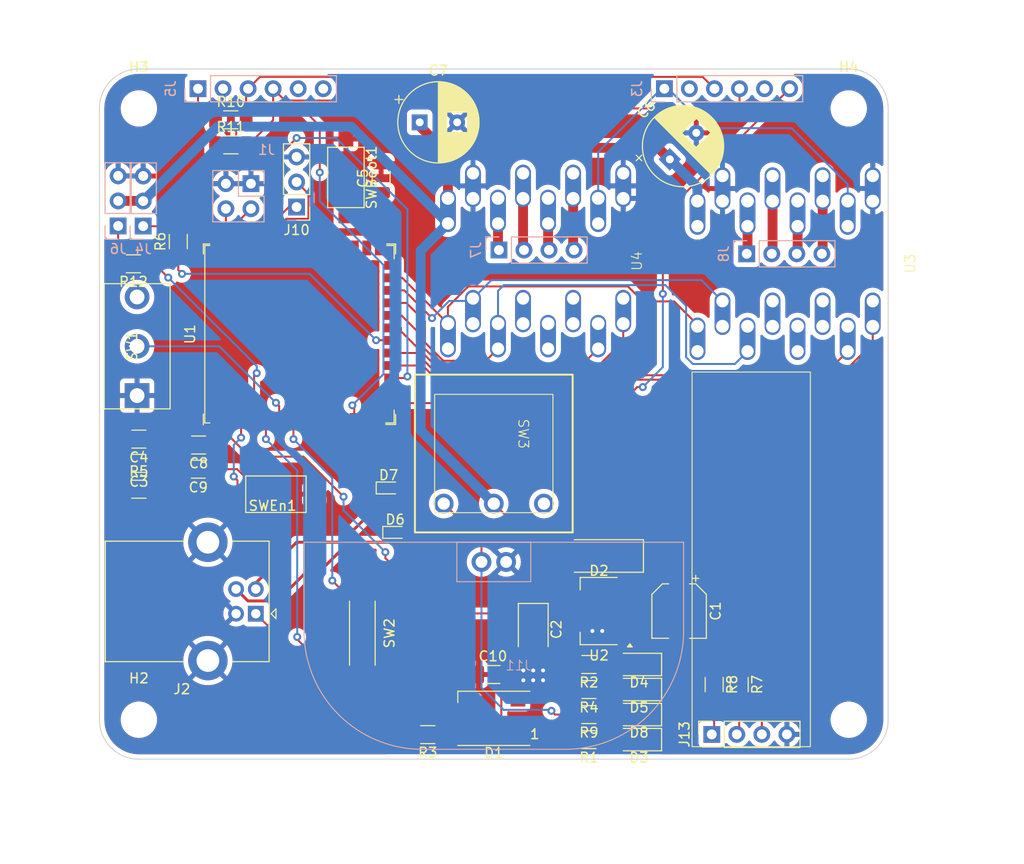
<source format=kicad_pcb>
(kicad_pcb (version 20240108) (generator "pcbnew") (generator_version "8.0")
  (layers (0 "F.Cu" signal) (31 "B.Cu" signal) (34 "B.Paste" user) (35 "F.Paste" user) (36 "B.SilkS" user "B.Silkscreen") (37 "F.SilkS" user "F.Silkscreen") (38 "B.Mask" user) (39 "F.Mask" user) (44 "Edge.Cuts" user))
  (net 0 "")
  (net 1 "GND")
  (net 2 "Net-(J7-Pin_1)")
  (net 3 "+5VP")
  (net 4 "+3.3V")
  (net 5 "Net-(J7-Pin_2)")
  (net 6 "Net-(J7-Pin_3)")
  (net 7 "Net-(J7-Pin_4)")
  (net 8 "Net-(J8-Pin_1)")
  (net 9 "Net-(J8-Pin_2)")
  (net 10 "Net-(J8-Pin_3)")
  (net 11 "Net-(J8-Pin_4)")
  (net 15 "DAC1")
  (net 16 "DAC2")
  (net 17 "Net-(J2-VBUS)")
  (net 25 "Net-(D1-DIN)")
  (net 26 "Net-(D3-A)")
  (net 27 "Net-(D4-A)")
  (net 28 "BotNum02")
  (net 29 "BotNum01")
  (net 30 "Tirette")
  (net 31 "Net-(D5-A)")
  (net 32 "Chip_PU")
  (net 33 "Boot_Mode")
  (net 34 "LED_Status")
  (net 35 "Net-(J4-Pin_1)")
  (net 38 "Color_Team")
  (net 39 "SCL")
  (net 40 "SDA")
  (net 41 "GPIOI_RIGHT")
  (net 42 "XSHUT_RIGHT")
  (net 43 "GPIOI_LEFT")
  (net 44 "XSHUT_LEFT")
  (net 45 "/TX")
  (net 46 "/RX")
  (net 53 "LeftDir")
  (net 54 "LeftStep")
  (net 55 "LeftMS2")
  (net 56 "LeftMS1")
  (net 57 "EnDriver")
  (net 58 "RightDir")
  (net 59 "RightStep")
  (net 60 "+BATT")
  (net 61 "Net-(D8-A)")
  (net 62 "/D+")
  (net 63 "/D-")
  (net 68 "Net-(J6-Pin_1)")
  (net 69 "Servo01")
  (net 70 "Servo02")
  (footprint "MountingHole:MountingHole_3.2mm_M3" (layer "F.Cu") (at 84 141)
    (property "Reference" "H2")
    (property "Value" "MountingHole")
  )
  (footprint "MountingHole:MountingHole_3.2mm_M3" (layer "F.Cu") (at 156 79)
    (property "Reference" "H4")
    (property "Value" "MountingHole")
  )
  (footprint "MountingHole:MountingHole_3.2mm_M3" (layer "F.Cu") (at 156 141)
    (property "Reference" "H1")
    (property "Value" "MountingHole")
  )
  (footprint "Resistor_SMD:R_1206_3216Metric_Pad1.30x1.75mm_HandSolder" (layer "F.Cu") (at 129.652 143.019999 180)
    (property "Reference" "R1")
    (property "Value" "1K")
  )
  (footprint "Capacitor_SMD:C_1206_3216Metric_Pad1.33x1.80mm_HandSolder" (layer "F.Cu") (at 90.028 115.588 180)
    (property "Reference" "C9")
    (property "Value" "10uF")
  )
  (footprint "Connector_PinHeader_2.54mm:PinHeader_1x03_P2.54mm_Vertical" (layer "F.Cu") (at 100 89 180)
    (property "Reference" "J10")
    (property "Value" "Serial")
  )
  (footprint "Capacitor_SMD:CP_Elec_5x5.4" (layer "F.Cu") (at 138.796 129.98 -90)
    (property "Reference" "C1")
    (property "Value" "10uF")
  )
  (footprint "Resistor_SMD:R_1206_3216Metric_Pad1.30x1.75mm_HandSolder" (layer "F.Cu") (at 129.652 140.48 180)
    (property "Reference" "R9")
    (property "Value" "1K")
  )
  (footprint "Diode_SMD:D_SOD-523" (layer "F.Cu") (at 109.332 117.493)
    (property "Reference" "D7")
    (property "Value" "D_TVS_Bidirectional_Generic")
  )
  (footprint "Capacitor_THT:CP_Radial_D8.0mm_P3.80mm" (layer "F.Cu") (at 112.482349 80.409)
    (property "Reference" "C7")
    (property "Value" "100uF")
  )
  (footprint "Button_Switch_SMD:SW_SPST_CK_RS282G05A3" (layer "F.Cu") (at 105 86 -90)
    (property "Reference" "SWBoot1")
    (property "Value" "SW_Boot")
  )
  (footprint "LED_SMD:LED_1206_3216Metric" (layer "F.Cu") (at 134.732 135.4 180)
    (property "Reference" "D4")
    (property "Value" "Red")
  )
  (footprint "Resistor_SMD:R_1206_3216Metric_Pad1.30x1.75mm_HandSolder" (layer "F.Cu") (at 129.652 135.399999 180)
    (property "Reference" "R2")
    (property "Value" "1K")
  )
  (footprint "Button_Switch_SMD:SW_SPST_REED_CT05-XXXX-G1" (layer "F.Cu") (at 106.665 132.225 90)
    (property "Reference" "SW2")
    (property "Value" "SW_Reed")
  )
  (footprint "Diode_SMD:D_SOD-523" (layer "F.Cu") (at 110 122)
    (property "Reference" "D6")
    (property "Value" "D_TVS_Bidirectional_Generic")
  )
  (footprint "Connector_PinSocket_2.54mm:PinSocket_1x04_P2.54mm_Vertical" (layer "F.Cu") (at 142.108 142.487 90)
    (property "Reference" "J13")
    (property "Value" "OLED")
  )
  (footprint "Button_Switch_SMD:SW_SPST_CK_RS282G05A3" (layer "F.Cu") (at 97.902 118.128 180)
    (property "Reference" "SWEn1")
    (property "Value" "SW_EN")
  )
  (footprint "Resistor_SMD:R_1206_3216Metric_Pad1.30x1.75mm_HandSolder" (layer "F.Cu") (at 93.33 82.695)
    (property "Reference" "R11")
    (property "Value" "10K")
  )
  (footprint "PCM_Espressif:ESP32-S3-WROOM-1U" (layer "F.Cu") (at 100.14 101.9 90)
    (property "Reference" "U1")
    (property "Value" "ESP32-S3-WROOM-1")
  )
  (footprint "Capacitor_Tantalum_SMD:CP_EIA-3528-12_Kemet-T_Pad1.50x2.35mm_HandSolder" (layer "F.Cu") (at 124 131.844 -90)
    (property "Reference" "C2")
    (property "Value" "22uF")
  )
  (footprint "PAMI-2025:UB16SKW03N-C" (layer "F.Cu") (at 120 114 -90)
    (property "Reference" "SW3")
    (property "Value" "SW_SPDT")
  )
  (footprint "Capacitor_SMD:C_1206_3216Metric" (layer "F.Cu") (at 84 112.54 180)
    (property "Reference" "C4")
    (property "Value" "0.1uF")
  )
  (footprint "Capacitor_THT:CP_Radial_D8.0mm_P3.80mm" (layer "F.Cu") (at 137.849537 84.165503 45)
    (property "Reference" "C6")
    (property "Value" "100uF")
  )
  (footprint "PAMI-2025:Step-Stick Driver Bottom Entry Version" (layer "F.Cu") (at 124.238001 94.473 90)
    (property "Reference" "U4")
    (property "Value" "TMC2208_SILENTSTEPSTICK")
  )
  (footprint "LED_SMD:LED_1206_3216Metric" (layer "F.Cu") (at 134.732 140.48 180)
    (property "Reference" "D8")
    (property "Value" "Red")
  )
  (footprint "Diode_SMD:D_SMA_Handsoldering" (layer "F.Cu") (at 130.668 124.392 180)
    (property "Reference" "D2")
    (property "Value" "D_Small")
  )
  (footprint "LED_SMD:LED_1206_3216Metric" (layer "F.Cu") (at 134.732 137.939998 180)
    (property "Reference" "D5")
    (property "Value" "Green")
  )
  (footprint "Resistor_SMD:R_1206_3216Metric_Pad1.30x1.75mm_HandSolder" (layer "F.Cu") (at 93.33 80.155)
    (property "Reference" "R10")
    (property "Value" "10K")
  )
  (footprint "Resistor_SMD:R_1206_3216Metric_Pad1.30x1.75mm_HandSolder" (layer "F.Cu") (at 129.652 137.94 180)
    (property "Reference" "R4")
    (property "Value" "1K")
  )
  (footprint "Capacitor_SMD:C_1206_3216Metric" (layer "F.Cu") (at 108.57 86.075001 90)
    (property "Reference" "C5")
    (property "Value" "0.1uF")
  )
  (footprint "Resistor_SMD:R_1206_3216Metric_Pad1.30x1.75mm_HandSolder" (layer "F.Cu") (at 83.450001 94.76 180)
    (property "Reference" "R12")
    (property "Value" "330R")
  )
  (footprint "Resistor_SMD:R_1206_3216Metric_Pad1.30x1.75mm_HandSolder" (layer "F.Cu") (at 144.892 137.432 -90)
    (property "Reference" "R7")
    (property "Value" "10K")
  )
  (footprint "Package_TO_SOT_SMD:SOT-223-3_TabPin2" (layer "F.Cu") (at 130.668 129.98 180)
    (property "Reference" "U2")
    (property "Value" "AMS1117-3.3")
  )
  (footprint "Capacitor_SMD:C_1206_3216Metric_Pad1.33x1.80mm_HandSolder" (layer "F.Cu") (at 90.062664 113.137158 180)
    (property "Reference" "C8")
    (property "Value" "0.1uF")
  )
  (footprint "Resistor_SMD:R_1206_3216Metric_Pad1.30x1.75mm_HandSolder" (layer "F.Cu") (at 88 92.500001 90)
    (property "Reference" "R6")
    (property "Value" "330R")
  )
  (footprint "LED_SMD:LED_WS2812B_PLCC4_5.0x5.0mm_P3.2mm" (layer "F.Cu") (at 120 140.862 180)
    (property "Reference" "D1")
    (property "Value" "WS2812B")
  )
  (footprint "Capacitor_SMD:C_1206_3216Metric" (layer "F.Cu") (at 119.91 136.416)
    (property "Reference" "C10")
    (property "Value" "0.1uF")
  )
  (footprint "Connector_USB:USB_B_Lumberg_2411_02_Horizontal" (layer "F.Cu") (at 95.86 130.25 180)
    (property "Reference" "J2")
    (property "Value" "USB_B")
  )
  (footprint "Resistor_SMD:R_1206_3216Metric_Pad1.30x1.75mm_HandSolder" (layer "F.Cu") (at 113.306 142.512 180)
    (property "Reference" "R3")
    (property "Value" "330R")
  )
  (footprint "Resistor_SMD:R_1206_3216Metric_Pad1.30x1.75mm_HandSolder" (layer "F.Cu") (at 84 117.62)
    (property "Reference" "R5")
    (property "Value" "10K")
  )
  (footprint "PAMI-2025:Step-Stick Driver Bottom Entry Version" (layer "F.Cu") (at 149.543999 94.744 90)
    (property "Reference" "U3")
    (property "Value" "TMC2208_SILENTSTEPSTICK")
  )
  (footprint "LED_SMD:LED_1206_3216Metric" (layer "F.Cu") (at 134.732 143.02 180)
    (property "Reference" "D3")
    (property "Value" "Blue")
  )
  (footprint "footprints:SK-12D10 1P2T" (layer "F.Cu") (at 83.82 103.124 90)
    (property "Reference" "SW1")
    (property "Value" "SW_SPDT")
  )
  (footprint "Resistor_SMD:R_1206_3216Metric_Pad1.30x1.75mm_HandSolder" (layer "F.Cu") (at 142.352 137.432 -90)
    (property "Reference" "R8")
    (property "Value" "10K")
  )
  (footprint "MountingHole:MountingHole_3.2mm_M3" (layer "F.Cu") (at 84 79)
    (property "Reference" "H3")
    (property "Value" "MountingHole")
  )
  (footprint "Capacitor_SMD:C_1206_3216Metric" (layer "F.Cu") (at 84 115 180)
    (property "Reference" "C3")
    (property "Value" "1uF/16V")
  )
  (footprint "Connector_PinSocket_2.54mm:PinSocket_1x06_P2.54mm_Vertical" (layer "B.Cu") (at 90 77 -90)
    (property "Reference" "J5")
    (property "Value" "Sensor_LEFT")
  )
  (footprint "Connector_PinHeader_2.54mm:PinHeader_1x03_P2.54mm_Vertical" (layer "B.Cu") (at 81.9 90.92)
    (property "Reference" "J6")
    (property "Value" "Servo")
  )
  (footprint "Connector_PinHeader_2.54mm:PinHeader_1x03_P2.54mm_Vertical" (layer "B.Cu") (at 84.44 90.935)
    (property "Reference" "J4")
    (property "Value" "Servo")
  )
  (footprint "Connector_PinHeader_2.54mm:PinHeader_2x02_P2.54mm_Vertical" (layer "B.Cu") (at 95.367 86.632 180)
    (property "Reference" "J1")
    (property "Value" "Selecteur-Robot")
  )
  (footprint "PAMI-2025:LP-e6 Batterie" (layer "B.Cu") (at 120 125 180)
    (property "Reference" "J11")
    (property "Value" "Con_Batt")
  )
  (footprint "Connector_PinHeader_2.54mm:PinHeader_1x04_P2.54mm_Vertical" (layer "B.Cu") (at 120.518 93.363 -90)
    (property "Reference" "J7")
    (property "Value" "LeftMotor")
  )
  (footprint "Connector_PinSocket_2.54mm:PinSocket_1x06_P2.54mm_Vertical" (layer "B.Cu") (at 137.3 77 -90)
    (property "Reference" "J3")
    (property "Value" "Sensor_RIGHT")
  )
  (footprint "Connector_PinHeader_2.54mm:PinHeader_1x04_P2.54mm_Vertical" (layer "B.Cu") (at 145.654 93.744 -90)
    (property "Reference" "J8")
    (property "Value" "RightMotor")
  )
  (gr_arc (start 84 145) (mid 81.171573 143.828427) (end 80 141) (stroke (width 0.1)) (layer "Edge.Cuts"))
  (gr_arc (start 156 75) (mid 158.828427 76.171573) (end 160 79) (stroke (width 0.1)) (layer "Edge.Cuts"))
  (gr_arc (start 80 79) (mid 81.171573 76.171573) (end 84 75) (stroke (width 0.1)) (layer "Edge.Cuts"))
  (gr_line (start 160 79) (end 160 141) (stroke (width 0.1)) (layer "Edge.Cuts"))
  (gr_line (start 84 75) (end 156 75) (stroke (width 0.1)) (layer "Edge.Cuts"))
  (gr_line (start 156 145) (end 84 145) (stroke (width 0.1)) (layer "Edge.Cuts"))
  (gr_line (start 80 141) (end 80 79) (stroke (width 0.1)) (layer "Edge.Cuts"))
  (gr_arc (start 160 141) (mid 158.828427 143.828427) (end 156 145) (stroke (width 0.1)) (layer "Edge.Cuts"))
  (via (at 125 136) (size 0.8) (drill 0.4) (layers "F.Cu" "B.Cu") (net 1))
  (via (at 131 132) (size 0.8) (drill 0.4) (layers "F.Cu" "B.Cu") (net 1))
  (via (at 123 137) (size 0.8) (drill 0.4) (layers "F.Cu" "B.Cu") (net 1))
  (via (at 123 136) (size 0.8) (drill 0.4) (layers "F.Cu" "B.Cu") (net 1))
  (via (at 124 136) (size 0.8) (drill 0.4) (layers "F.Cu" "B.Cu") (net 1))
  (via (at 130 132) (size 0.8) (drill 0.4) (layers "F.Cu" "B.Cu") (net 1))
  (via (at 124 137) (size 0.8) (drill 0.4) (layers "F.Cu" "B.Cu") (net 1))
  (via (at 125 137) (size 0.8) (drill 0.4) (layers "F.Cu" "B.Cu") (net 1))
  (segment (start 120.428001 93.273001) (end 120.518 93.363) (width 1) (layer "F.Cu") (net 2))
  (segment (start 120.428001 90.663) (end 120.428001 93.273001) (width 1) (layer "F.Cu") (net 2))
  (segment (start 112.482349 80.409) (end 112.482349 80.786347) (width 1) (layer "F.Cu") (net 3))
  (segment (start 133.168 127.03) (end 133.818 127.68) (width 0.2) (layer "F.Cu") (net 3))
  (segment (start 136.002 133.749) (end 136.764 132.987) (width 0.2) (layer "F.Cu") (net 3))
  (segment (start 136.764 132.987) (end 136.764 127.78) (width 0.2) (layer "F.Cu") (net 3))
  (segment (start 84.425 88.38) (end 84.44 88.395) (width 1) (layer "F.Cu") (net 3))
  (segment (start 122.604001 121.684) (end 132.954 121.684) (width 0.2) (layer "F.Cu") (net 3))
  (segment (start 137.849537 84.165503) (end 136.684034 83) (width 1) (layer "F.Cu") (net 3))
  (segment (start 116 83) (end 115.348001 83.651999) (width 1) (layer "F.Cu") (net 3))
  (segment (start 133.168 121.898) (end 133.168 124.392) (width 0.2) (layer "F.Cu") (net 3))
  (segment (start 136.684034 83) (end 116 83) (width 1) (layer "F.Cu") (net 3))
  (segment (start 120 119.079999) (end 122.604001 121.684) (width 0.2) (layer "F.Cu") (net 3))
  (segment (start 136.764 127.78) (end 133.918 127.78) (width 0.2) (layer "F.Cu") (net 3))
  (segment (start 138.796 127.78) (end 136.764 127.78) (width 0.2) (layer "F.Cu") (net 3))
  (segment (start 129.752998 133.749) (end 136.002 133.749) (width 0.2) (layer "F.Cu") (net 3))
  (segment (start 81.9 88.38) (end 84.425 88.38) (width 1) (layer "F.Cu") (net 3))
  (segment (start 128.101999 135.399999) (end 129.752998 133.749) (width 0.2) (layer "F.Cu") (net 3))
  (segment (start 112.482349 80.786347) (end 115.348001 83.651999) (width 1) (layer "F.Cu") (net 3))
  (segment (start 133.918 127.78) (end 133.818 127.68) (width 0.2) (layer "F.Cu") (net 3))
  (segment (start 115.348001 83.651999) (end 115.348001 88.123) (width 1) (layer "F.Cu") (net 3))
  (segment (start 133.168 124.392) (end 133.168 127.03) (width 0.2) (layer "F.Cu") (net 3))
  (segment (start 132.954 121.684) (end 133.168 121.898) (width 0.2) (layer "F.Cu") (net 3))
  (segment (start 140.653999 88.394) (end 140.653999 86.969965) (width 1) (layer "B.Cu") (net 3))
  (segment (start 84.44 88.395) (end 91.985 80.85) (width 1) (layer "B.Cu") (net 3))
  (segment (start 91.985 80.85) (end 105.535001 80.85) (width 1) (layer "B.Cu") (net 3))
  (segment (start 112.582169 111.662168) (end 112.582169 93.428832) (width 1) (layer "B.Cu") (net 3))
  (segment (start 112.582169 93.428832) (end 115.348001 90.663) (width 1) (layer "B.Cu") (net 3))
  (segment (start 120 119.079999) (end 112.582169 111.662168) (width 1) (layer "B.Cu") (net 3))
  (segment (start 140.653999 86.969965) (end 137.849537 84.165503) (width 1) (layer "B.Cu") (net 3))
  (segment (start 105.535001 80.85) (end 115.348001 90.663) (width 1) (layer "B.Cu") (net 3))
  (segment (start 147.187999 142.487) (end 147.187999 138.177998) (width 0.2) (layer "F.Cu") (net 4))
  (segment (start 124.064 130.218999) (end 121.385001 132.897998) (width 0.2) (layer "F.Cu") (net 4))
  (segment (start 127.112 137.94) (end 128.101999 137.94) (width 0.2) (layer "F.Cu") (net 4))
  (segment (start 129.326997 139.164998) (end 128.101999 137.94) (width 0.2) (layer "F.Cu") (net 4))
  (segment (start 90 78.349) (end 90 77) (width 0.2) (layer "F.Cu") (net 4))
  (segment (start 91.625164 113.137158) (end 92.171842 113.137158) (width 0.2) (layer "F.Cu") (net 4))
  (segment (start 93.15 112.233) (end 93.15 112.159) (width 0.2) (layer "F.Cu") (net 4))
  (segment (start 104.76 118.382) (end 100.696 114.318) (width 0.2) (layer "F.Cu") (net 4))
  (segment (start 91.78 80.155) (end 91.78 82.695) (width 0.2) (layer "F.Cu") (net 4))
  (segment (start 100.696 114.318) (end 95.235 114.318) (width 0.2) (layer "F.Cu") (net 4))
  (segment (start 95.489 116.985) (end 95.362 116.985) (width 0.2) (layer "F.Cu") (net 4))
  (segment (start 91.78 80.129) (end 90 78.349) (width 0.2) (layer "F.Cu") (net 4))
  (segment (start 95.235 114.318) (end 93.15 112.233) (width 0.2) (layer "F.Cu") (net 4))
  (segment (start 91.78 80.155) (end 91.78 80.129) (width 0.2) (layer "F.Cu") (net 4))
  (segment (start 82.45 117.62) (end 84.228 119.398) (width 0.2) (layer "F.Cu") (net 4))
  (segment (start 126.518001 130.98) (end 126.518001 137.346001) (width 0.2) (layer "F.Cu") (net 4))
  (segment (start 128.168 129.330001) (end 127.518001 129.98) (width 0.2) (layer "F.Cu") (net 4))
  (segment (start 95.235 119.398) (end 95.489 119.144) (width 0.2) (layer "F.Cu") (net 4))
  (segment (start 91.5905 115.588) (end 91.5905 113.171822) (width 0.2) (layer "F.Cu") (net 4))
  (segment (start 92.171842 113.137158) (end 93.15 112.159) (width 0.2) (layer "F.Cu") (net 4))
  (segment (start 95.362 116.985) (end 93.965 115.588) (width 0.2) (layer "F.Cu") (net 4))
  (segment (start 133.817999 129.98) (end 127.518001 129.98) (width 0.2) (layer "F.Cu") (net 4))
  (segment (start 95.489 119.144) (end 95.489 116.985) (width 0.2) (layer "F.Cu") (net 4))
  (segment (start 121.385001 136.416) (end 120.762 137.039001) (width 0.2) (layer "F.Cu") (net 4))
  (segment (start 124.064 130.218999) (end 114.610261 130.218999) (width 0.2) (layer "F.Cu") (net 4))
  (segment (start 91.5905 113.171822) (end 91.625164 113.137158) (width 0.2) (layer "F.Cu") (net 4))
  (segment (start 121.385001 132.897998) (end 121.385001 136.416) (width 0.2) (layer "F.Cu") (net 4))
  (segment (start 127.518001 129.98) (end 124.302999 129.98) (width 0.2) (layer "F.Cu") (net 4))
  (segment (start 147.187999 138.177998) (end 144.892 135.881999) (width 0.2) (layer "F.Cu") (net 4))
  (segment (start 128.168 124.392) (end 128.168 129.330001) (width 0.2) (layer "F.Cu") (net 4))
  (segment (start 114.610261 130.218999) (end 109 124.608738) (width 0.2) (layer "F.Cu") (net 4))
  (segment (start 127.518001 129.98) (end 126.518001 130.98) (width 0.2) (layer "F.Cu") (net 4))
  (segment (start 126.518001 137.346001) (end 127.112 137.94) (width 0.2) (layer "F.Cu") (net 4))
  (segment (start 109 124.608738) (end 109 124) (width 0.2) (layer "F.Cu") (net 4))
  (segment (start 120.762 140.824) (end 122.45 142.512) (width 0.2) (layer "F.Cu") (net 4))
  (segment (start 142.352 135.881999) (end 139.069001 139.164998) (width 0.2) (layer "F.Cu") (net 4))
  (segment (start 93.15 112.159) (end 93.15 110.65) (width 0.2) (layer "F.Cu") (net 4))
  (segment (start 120.762 137.039001) (end 120.762 140.824) (width 0.2) (layer "F.Cu") (net 4))
  (segment (start 84.228 119.398) (end 95.235 119.398) (width 0.2) (layer "F.Cu") (net 4))
  (segment (start 93.965 115.588) (end 91.5905 115.588) (width 0.2) (layer "F.Cu") (net 4))
  (segment (start 124.302999 129.98) (end 124.064 130.218999) (width 0.2) (layer "F.Cu") (net 4))
  (segment (start 144.892 135.881999) (end 142.352 135.881999) (width 0.2) (layer "F.Cu") (net 4))
  (segment (start 139.069001 139.164998) (end 129.326997 139.164998) (width 0.2) (layer "F.Cu") (net 4))
  (via (at 104.76 118.382) (size 0.8) (drill 0.4) (layers "F.Cu" "B.Cu") (net 4))
  (via (at 109 124) (size 0.8) (drill 0.4) (layers "F.Cu" "B.Cu") (net 4))
  (segment (start 104.76 119.76) (end 104.76 118.382) (width 0.2) (layer "B.Cu") (net 4))
  (segment (start 137.3 77) (end 137 77) (width 0.2) (layer "B.Cu") (net 4))
  (segment (start 137.684392 77) (end 141.684392 81) (width 0.2) (layer "B.Cu") (net 4))
  (segment (start 137.3 77) (end 137.684392 77) (width 0.2) (layer "B.Cu") (net 4))
  (segment (start 130.588001 83.411999) (end 130.588001 90.663) (width 0.2) (layer "B.Cu") (net 4))
  (segment (start 141.684392 81) (end 150.206345 81) (width 0.2) (layer "B.Cu") (net 4))
  (segment (start 137 77) (end 130.588001 83.411999) (width 0.2) (layer "B.Cu") (net 4))
  (segment (start 155.893999 86.687654) (end 155.893999 88.394) (width 0.2) (layer "B.Cu") (net 4))
  (segment (start 150.206345 81) (end 155.893999 86.687654) (width 0.2) (layer "B.Cu") (net 4))
  (segment (start 109 124) (end 104.76 119.76) (width 0.2) (layer "B.Cu") (net 4))
  (segment (start 122.968 93.273) (end 123.058 93.363) (width 1) (layer "F.Cu") (net 5))
  (segment (start 122.968 88.123) (end 122.968 93.273) (width 1) (layer "F.Cu") (net 5))
  (segment (start 125.508001 93.273002) (end 125.597999 93.363) (width 1) (layer "F.Cu") (net 6))
  (segment (start 125.508001 90.663) (end 125.508001 93.273002) (width 1) (layer "F.Cu") (net 6))
  (segment (start 128.048001 88.123) (end 128.048001 93.273001) (width 1) (layer "F.Cu") (net 7))
  (segment (start 128.048001 93.273001) (end 128.138 93.363) (width 1) (layer "F.Cu") (net 7))
  (segment (start 145.733999 93.664001) (end 145.654 93.744) (width 1) (layer "F.Cu") (net 8))
  (segment (start 145.733999 90.934) (end 145.733999 93.664001) (width 1) (layer "F.Cu") (net 8))
  (segment (start 148.273998 88.394) (end 148.273998 93.664002) (width 1) (layer "F.Cu") (net 9))
  (segment (start 148.273998 93.664002) (end 148.194 93.744) (width 1) (layer "F.Cu") (net 9))
  (segment (start 150.813999 93.664) (end 150.733999 93.744) (width 1) (layer "F.Cu") (net 10))
  (segment (start 150.813999 90.934) (end 150.813999 93.664) (width 1) (layer "F.Cu") (net 10))
  (segment (start 153.353999 88.394) (end 153.353999 93.664001) (width 1) (layer "F.Cu") (net 11))
  (segment (start 153.353999 93.664001) (end 153.274 93.744) (width 1) (layer "F.Cu") (net 11))
  (segment (start 127.384998 143.737) (end 109.347 143.737) (width 0.2) (layer "F.Cu") (net 17))
  (segment (start 109.347 143.737) (end 95.86 130.25) (width 0.2) (layer "F.Cu") (net 17))
  (segment (start 128.101999 143.019999) (end 127.384998 143.737) (width 0.2) (layer "F.Cu") (net 17))
  (segment (start 117.55 142.512) (end 114.856001 142.512) (width 0.2) (layer "F.Cu") (net 25))
  (segment (start 133.332001 143.02) (end 131.202002 143.02) (width 0.2) (layer "F.Cu") (net 26))
  (segment (start 131.202002 143.02) (end 131.202001 143.019999) (width 0.2) (layer "F.Cu") (net 26))
  (segment (start 133.332 135.399999) (end 133.332001 135.4) (width 0.2) (layer "F.Cu") (net 27))
  (segment (start 131.202001 135.399999) (end 133.332 135.399999) (width 0.2) (layer "F.Cu") (net 27))
  (segment (start 92.827 92.827) (end 93.15 93.15) (width 0.2) (layer "F.Cu") (net 28))
  (segment (start 92.827 89.172) (end 92.827 92.827) (width 0.2) (layer "F.Cu") (net 28))
  (segment (start 95.367 89.172) (end 94.42 90.119) (width 0.2) (layer "F.Cu") (net 29))
  (segment (start 94.42 90.119) (end 94.42 93.15) (width 0.2) (layer "F.Cu") (net 29))
  (segment (start 99.68 112.54) (end 99.68 110.83) (width 0.2) (layer "F.Cu") (net 30))
  (segment (start 106.665 127.945) (end 104.671 127.945) (width 0.2) (layer "F.Cu") (net 30))
  (segment (start 99.68 110.83) (end 99.5 110.65) (width 0.2) (layer "F.Cu") (net 30))
  (segment (start 104.671 127.945) (end 103.617 126.891) (width 0.2) (layer "F.Cu") (net 30))
  (via (at 103.617 126.891) (size 0.8) (drill 0.4) (layers "F.Cu" "B.Cu") (net 30))
  (via (at 99.68 112.54) (size 0.8) (drill 0.4) (layers "F.Cu" "B.Cu") (net 30))
  (segment (start 103.617 126.891) (end 103.617 116.477) (width 0.2) (layer "B.Cu") (net 30))
  (segment (start 103.617 116.477) (end 99.68 112.54) (width 0.2) (layer "B.Cu") (net 30))
  (segment (start 131.202003 137.939998) (end 131.202001 137.94) (width 0.2) (layer "F.Cu") (net 31))
  (segment (start 133.332001 137.939998) (end 131.202003 137.939998) (width 0.2) (layer "F.Cu") (net 31))
  (segment (start 85.475001 115) (end 85.475001 117.545001) (width 0.2) (layer "F.Cu") (net 32))
  (segment (start 85.475001 112.54) (end 85.475001 115) (width 0.2) (layer "F.Cu") (net 32))
  (segment (start 94.002001 118.128) (end 94.002001 116.714832) (width 0.2) (layer "F.Cu") (net 32))
  (segment (start 88.200001 117.62) (end 85.55 117.62) (width 0.2) (layer "F.Cu") (net 32))
  (segment (start 94.002001 116.714832) (end 93.625169 116.338) (width 0.2) (layer "F.Cu") (net 32))
  (segment (start 94.002001 118.128) (end 88.708001 118.128) (width 0.2) (layer "F.Cu") (net 32))
  (segment (start 88.708001 118.128) (end 88.200001 117.62) (width 0.2) (layer "F.Cu") (net 32))
  (segment (start 94.368331 112.390669) (end 94.368331 110.701669) (width 0.2) (layer "F.Cu") (net 32))
  (segment (start 85.475001 117.545001) (end 85.55 117.62) (width 0.2) (layer "F.Cu") (net 32))
  (segment (start 94.368331 110.701669) (end 94.42 110.65) (width 0.2) (layer "F.Cu") (net 32))
  (via (at 94.368331 112.390669) (size 0.8) (drill 0.4) (layers "F.Cu" "B.Cu") (net 32))
  (via (at 93.625169 116.338) (size 0.8) (drill 0.4) (layers "F.Cu" "B.Cu") (net 32))
  (segment (start 93.625169 116.338) (end 93.625169 113.133831) (width 0.2) (layer "B.Cu") (net 32))
  (segment (start 93.625169 113.133831) (end 94.368331 112.390669) (width 0.2) (layer "B.Cu") (net 32))
  (segment (start 106.089999 89.899999) (end 105 89.899999) (width 0.2) (layer "F.Cu") (net 33))
  (segment (start 108.57 87.550002) (end 106.220003 89.899999) (width 0.2) (layer "F.Cu") (net 33))
  (segment (start 108.39 93.15) (end 108.39 92.2) (width 0.2) (layer "F.Cu") (net 33))
  (segment (start 106.220003 89.899999) (end 106.089999 89.899999) (width 0.2) (layer "F.Cu") (net 33))
  (segment (start 108.39 92.2) (end 106.089999 89.899999) (width 0.2) (layer "F.Cu") (net 33))
  (segment (start 100.061 132.851) (end 100.061 132.606) (width 0.2) (layer "F.Cu") (net 34))
  (segment (start 96.886 112.54) (end 96.886 110.724) (width 0.2) (layer "F.Cu") (net 34))
  (segment (start 109.722 142.512) (end 100.061 132.851) (width 0.2) (layer "F.Cu") (net 34))
  (segment (start 96.886 110.724) (end 96.96 110.65) (width 0.2) (layer "F.Cu") (net 34))
  (segment (start 111.755999 142.512) (end 109.722 142.512) (width 0.2) (layer "F.Cu") (net 34))
  (via (at 96.886 112.54) (size 0.8) (drill 0.4) (layers "F.Cu" "B.Cu") (net 34))
  (via (at 100.061 132.606) (size 0.8) (drill 0.4) (layers "F.Cu" "B.Cu") (net 34))
  (segment (start 100.061 115.715) (end 96.886 112.54) (width 0.2) (layer "B.Cu") (net 34))
  (segment (start 100.061 132.606) (end 100.061 115.715) (width 0.2) (layer "B.Cu") (net 34))
  (segment (start 88 90.95) (end 84.455 90.95) (width 0.2) (layer "F.Cu") (net 35))
  (segment (start 84.455 90.95) (end 84.44 90.935) (width 0.2) (layer "F.Cu") (net 35))
  (segment (start 98.23 110.65) (end 98.23 109.185) (width 0.2) (layer "F.Cu") (net 38))
  (segment (start 98.23 109.185) (end 97.902 108.857) (width 0.2) (layer "F.Cu") (net 38))
  (via (at 97.902 108.857) (size 0.8) (drill 0.4) (layers "F.Cu" "B.Cu") (net 38))
  (segment (start 97.902 108.857) (end 92.169 103.124) (width 0.2) (layer "B.Cu") (net 38))
  (segment (start 92.169 103.124) (end 83.82 103.124) (width 0.2) (layer "B.Cu") (net 38))
  (segment (start 109.64 106.345) (end 111.082 106.345) (width 0.2) (layer "F.Cu") (net 39))
  (segment (start 93.92 83.92) (end 93.88 83.88) (width 0.2) (layer "F.Cu") (net 39))
  (segment (start 100 82) (end 98.08 83.92) (width 0.2) (layer "F.Cu") (net 39))
  (segment (start 98.08 83.92) (end 93.92 83.92) (width 0.2) (layer "F.Cu") (net 39))
  (segment (start 96.279999 75.8) (end 95.079999 77) (width 0.2) (layer "F.Cu") (net 39))
  (segment (start 93.88 81.155) (end 94.88 80.155) (width 0.2) (layer "F.Cu") (net 39))
  (segment (start 111.082 106.345) (end 111.237 106.19) (width 0.2) (layer "F.Cu") (net 39))
  (segment (start 94.88 80.155) (end 94.88 77.199999) (width 0.2) (layer "F.Cu") (net 39))
  (segment (start 144.892 138.982001) (end 144.892 142.243) (width 0.2) (layer "F.Cu") (net 39))
  (segment (start 93.88 83.88) (end 93.88 81.155) (width 0.2) (layer "F.Cu") (net 39))
  (segment (start 142.379999 77) (end 141.179999 75.8) (width 0.2) (layer "F.Cu") (net 39))
  (segment (start 144.892 142.243) (end 144.648 142.487) (width 0.2) (layer "F.Cu") (net 39))
  (segment (start 141.179999 75.8) (end 96.279999 75.8) (width 0.2) (layer "F.Cu") (net 39))
  (segment (start 94.88 77.199999) (end 95.079999 77) (width 0.2) (layer "F.Cu") (net 39))
  (via (at 111.237 106.19) (size 0.8) (drill 0.4) (layers "F.Cu" "B.Cu") (net 39))
  (via (at 100 82) (size 0.8) (drill 0.4) (layers "F.Cu" "B.Cu") (net 39))
  (segment (start 111.237 93.237) (end 111.237 93.157001) (width 0.2) (layer "B.Cu") (net 39))
  (segment (start 104 82) (end 100 82) (width 0.2) (layer "B.Cu") (net 39))
  (segment (start 111.237 106.19) (end 111.237 93.237) (width 0.2) (layer "B.Cu") (net 39))
  (segment (start 111.237 89.237) (end 104 82) (width 0.2) (layer "B.Cu") (net 39))
  (segment (start 111.237 93.237) (end 111.237 89.237) (width 0.2) (layer "B.Cu") (net 39))
  (segment (start 142.352 142.243) (end 142.108 142.487) (width 0.2) (layer "F.Cu") (net 40))
  (segment (start 97.62 80.183) (end 97.62 77) (width 0.2) (layer "F.Cu") (net 40))
  (segment (start 105.85 109.312) (end 105.649 109.111) (width 0.2) (layer "F.Cu") (net 40))
  (segment (start 144.92 79) (end 144.92 77) (width 0.2) (layer "F.Cu") (net 40))
  (segment (start 102.347 80.79) (end 99.757 78.2) (width 0.2) (layer "F.Cu") (net 40))
  (segment (start 127 79) (end 144.92 79) (width 0.2) (layer "F.Cu") (net 40))
  (segment (start 126.2 78.2) (end 127 79) (width 0.2) (layer "F.Cu") (net 40))
  (segment (start 95.108 82.695) (end 97.62 80.183) (width 0.2) (layer "F.Cu") (net 40))
  (segment (start 94.88 82.695) (end 95.108 82.695) (width 0.2) (layer "F.Cu") (net 40))
  (segment (start 102.347 85.489) (end 102.347 80.79) (width 0.2) (layer "F.Cu") (net 40))
  (segment (start 98.82 78.2) (end 126.2 78.2) (width 0.2) (layer "F.Cu") (net 40))
  (segment (start 105.85 110.65) (end 105.85 109.312) (width 0.2) (layer "F.Cu") (net 40))
  (segment (start 142.352 138.982001) (end 142.352 142.243) (width 0.2) (layer "F.Cu") (net 40))
  (segment (start 98.82 78.2) (end 97.62 77) (width 0.2) (layer "F.Cu") (net 40))
  (segment (start 99.757 78.2) (end 98.82 78.2) (width 0.2) (layer "F.Cu") (net 40))
  (via (at 105.649 109.111) (size 0.8) (drill 0.4) (layers "F.Cu" "B.Cu") (net 40))
  (via (at 102.347 85.489) (size 0.8) (drill 0.4) (layers "F.Cu" "B.Cu") (net 40))
  (segment (start 102.347 88.41) (end 102.347 85.489) (width 0.2) (layer "B.Cu") (net 40))
  (segment (start 105.649 109.111) (end 108.812 105.948) (width 0.2) (layer "B.Cu") (net 40))
  (segment (start 108.812 94.875) (end 102.9185 88.9815) (width 0.2) (layer "B.Cu") (net 40))
  (segment (start 108.812 105.948) (end 108.812 94.875) (width 0.2) (layer "B.Cu") (net 40))
  (segment (start 102.9185 88.9815) (end 102.347 88.41) (width 0.2) (layer "B.Cu") (net 40))
  (segment (start 134.478 107.333) (end 134.548 107.263) (width 0.2) (layer "F.Cu") (net 42))
  (segment (start 109.64 108.884999) (end 132.926001 108.884999) (width 0.2) (layer "F.Cu") (net 42))
  (segment (start 137.145 97.808) (end 137.145 89.855) (width 0.2) (layer "F.Cu") (net 42))
  (segment (start 134.548 107.263) (end 135.113 107.263) (width 0.2) (layer "F.Cu") (net 42))
  (segment (start 132.926001 108.884999) (end 134.478 107.333) (width 0.2) (layer "F.Cu") (net 42))
  (segment (start 137.145 89.855) (end 150 77) (width 0.2) (layer "F.Cu") (net 42))
  (via (at 135.113 107.263) (size 0.8) (drill 0.4) (layers "F.Cu" "B.Cu") (net 42))
  (via (at 137.145 97.808) (size 0.8) (drill 0.4) (layers "F.Cu" "B.Cu") (net 42))
  (segment (start 135.113 107.263) (end 137.145 105.231) (width 0.2) (layer "B.Cu") (net 42))
  (segment (start 137.145 105.231) (end 137.145 97.808) (width 0.2) (layer "B.Cu") (net 42))
  (segment (start 100 89) (end 99.21 89) (width 0.2) (layer "F.Cu") (net 45))
  (segment (start 95.69 92.52) (end 95.69 93.15) (width 0.2) (layer "F.Cu") (net 45))
  (segment (start 99.21 89) (end 95.69 92.52) (width 0.2) (layer "F.Cu") (net 45))
  (segment (start 96.96 93.15) (end 96.96 92.2) (width 0.2) (layer "F.Cu") (net 46))
  (segment (start 98.96 90.2) (end 101.2 90.2) (width 0.2) (layer "F.Cu") (net 46))
  (segment (start 101.2 90.2) (end 101.2 87.66) (width 0.2) (layer "F.Cu") (net 46))
  (segment (start 101.2 87.66) (end 100 86.46) (width 0.2) (layer "F.Cu") (net 46))
  (segment (start 96.96 92.2) (end 98.96 90.2) (width 0.2) (layer "F.Cu") (net 46))
  (segment (start 110.59 101.607396) (end 114.479604 105.497) (width 0.2) (layer "F.Cu") (net 53))
  (segment (start 110.59 101.265) (end 110.59 101.607396) (width 0.2) (layer "F.Cu") (net 53))
  (segment (start 130.218 105.497) (end 133.128001 102.586999) (width 0.2) (layer "F.Cu") (net 53))
  (segment (start 109.64 101.265) (end 110.59 101.265) (width 0.2) (layer "F.Cu") (net 53))
  (segment (start 114.479604 105.497) (end 130.218 105.497) (width 0.2) (layer "F.Cu") (net 53))
  (segment (start 133.128001 102.586999) (end 133.128001 100.823) (width 0.2) (layer "F.Cu") (net 53))
  (segment (start 128.904001 105.047) (end 130.588001 103.363) (width 0.2) (layer "F.Cu") (net 54))
  (segment (start 112.565 101.93) (end 112.565 102.946) (width 0.2) (layer "F.Cu") (net 54))
  (segment (start 112.565 102.946) (end 114.666 105.047) (width 0.2) (layer "F.Cu") (net 54))
  (segment (start 110.63 99.995) (end 112.565 101.93) (width 0.2) (layer "F.Cu") (net 54))
  (segment (start 114.666 105.047) (end 128.904001 105.047) (width 0.2) (layer "F.Cu") (net 54))
  (segment (start 109.64 99.995) (end 110.63 99.995) (width 0.2) (layer "F.Cu") (net 54))
  (segment (start 113.015 102.736345) (end 114.871655 104.593) (width 0.2) (layer "F.Cu") (net 55))
  (segment (start 111.676339 99.272658) (end 111.685658 99.272658) (width 0.2) (layer "F.Cu") (net 55))
  (segment (start 111.685658 99.272658) (end 113.015 100.602) (width 0.2) (layer "F.Cu") (net 55))
  (segment (start 119.198001 104.593) (end 120.428001 103.363) (width 0.2) (layer "F.Cu") (net 55))
  (segment (start 109.639999 98.725) (end 111.138 98.725) (width 0.2) (layer "F.Cu") (net 55))
  (segment (start 111.237 98.824) (end 111.237 98.833319) (width 0.2) (layer "F.Cu") (net 55))
  (segment (start 113.015 100.602) (end 113.015 102.736345) (width 0.2) (layer "F.Cu") (net 55))
  (segment (start 111.138 98.725) (end 111.237 98.824) (width 0.2) (layer "F.Cu") (net 55))
  (segment (start 114.871655 104.593) (end 119.198001 104.593) (width 0.2) (layer "F.Cu") (net 55))
  (segment (start 111.237 98.833319) (end 111.676339 99.272658) (width 0.2) (layer "F.Cu") (net 55))
  (segment (start 140.193 104.92) (end 144.447999 104.92) (width 0.2) (layer "B.Cu") (net 55))
  (segment (start 121.016 96.919) (end 137.399 96.919) (width 0.2) (layer "B.Cu") (net 55))
  (segment (start 139.503999 99.023999) (end 139.503999 104.230999) (width 0.2) (layer "B.Cu") (net 55))
  (segment (start 144.447999 104.92) (end 145.733999 103.634) (width 0.2) (layer "B.Cu") (net 55))
  (segment (start 120.428001 100.823) (end 120.428001 97.506999) (width 0.2) (layer "B.Cu") (net 55))
  (segment (start 120.428001 97.506999) (end 121.016 96.919) (width 0.2) (layer "B.Cu") (net 55))
  (segment (start 137.399 96.919) (end 139.503999 99.023999) (width 0.2) (layer "B.Cu") (net 55))
  (segment (start 139.503999 104.230999) (end 140.193 104.92) (width 0.2) (layer "B.Cu") (net 55))
  (segment (start 113.732169 100.26783) (end 110.919339 97.455) (width 0.2) (layer "F.Cu") (net 56))
  (segment (start 110.919339 97.455) (end 109.64 97.455) (width 0.2) (layer "F.Cu") (net 56))
  (via (at 113.732169 100.26783) (size 0.8) (drill 0.4) (layers "F.Cu" "B.Cu") (net 56))
  (segment (start 117.648343 98.522658) (end 117.888001 98.283) (width 0.2) (layer "B.Cu") (net 56))
  (segment (start 117.888001 98.283) (end 119.760001 96.411) (width 0.2) (layer "B.Cu") (net 56))
  (segment (start 113.732169 100.26783) (end 115.477341 98.522658) (width 0.2) (layer "B.Cu") (net 56))
  (segment (start 141.050999 96.411) (end 143.193999 98.554) (width 0.2) (layer "B.Cu") (net 56))
  (segment (start 115.477341 98.522658) (end 117.648343 98.522658) (width 0.2) (layer "B.Cu") (net 56))
  (segment (start 119.760001 96.411) (end 141.050999 96.411) (width 0.2) (layer "B.Cu") (net 56))
  (segment (start 115.348001 99.116654) (end 117.411655 97.053) (width 0.2) (layer "F.Cu") (net 57))
  (segment (start 138.288 98.57) (end 140.653999 100.935999) (width 0.2) (layer "F.Cu") (net 57))
  (segment (start 117.411655 97.053) (end 133.604347 97.053) (width 0.2) (layer "F.Cu") (net 57))
  (segment (start 109.64 96.185) (end 110.710001 96.185) (width 0.2) (layer "F.Cu") (net 57))
  (segment (start 140.653999 100.935999) (end 140.653999 101.094) (width 0.2) (layer "F.Cu") (net 57))
  (segment (start 133.604347 97.053) (end 135.121347 98.57) (width 0.2) (layer "F.Cu") (net 57))
  (segment (start 115.348001 100.823) (end 115.348001 99.116654) (width 0.2) (layer "F.Cu") (net 57))
  (segment (start 135.121347 98.57) (end 138.288 98.57) (width 0.2) (layer "F.Cu") (net 57))
  (segment (start 110.710001 96.185) (end 115.348001 100.823) (width 0.2) (layer "F.Cu") (net 57))
  (segment (start 112.784812 105.075) (end 114.222812 106.513) (width 0.2) (layer "F.Cu") (net 58))
  (segment (start 114.222812 106.513) (end 154.729 106.513) (width 0.2) (layer "F.Cu") (net 58))
  (segment (start 109.639999 105.075) (end 112.784812 105.075) (width 0.2) (layer "F.Cu") (net 58))
  (segment (start 158.433999 102.808001) (end 158.433999 101.094) (width 0.2) (layer "F.Cu") (net 58))
  (segment (start 154.729 106.513) (end 158.433999 102.808001) (width 0.2) (layer "F.Cu") (net 58))
  (segment (start 114.409208 106.063) (end 153.464999 106.063) (width 0.2) (layer "F.Cu") (net 59))
  (segment (start 153.464999 106.063) (end 155.893999 103.634) (width 0.2) (layer "F.Cu") (net 59))
  (segment (start 112.151208 103.805) (end 114.409208 106.063) (width 0.2) (layer "F.Cu") (net 59))
  (segment (start 109.64 103.805) (end 112.151208 103.805) (width 0.2) (layer "F.Cu") (net 59))
  (segment (start 126.223 140.48) (end 125.842 140.099) (width 0.2) (layer "F.Cu") (net 60))
  (segment (start 118.75 125) (end 118.75 122.91) (width 0.2) (layer "F.Cu") (net 60))
  (segment (start 118.75 122.91) (end 114.92 119.08) (width 0.2) (layer "F.Cu") (net 60))
  (segment (start 128.101999 140.48) (end 126.223 140.48) (width 0.2) (layer "F.Cu") (net 60))
  (via (at 125.842 140.099) (size 0.8) (drill 0.4) (layers "F.Cu" "B.Cu") (net 60))
  (segment (start 125.743 140) (end 121 140) (width 0.2) (layer "B.Cu") (net 60))
  (segment (start 121 140) (end 118.75 137.75) (width 0.2) (layer "B.Cu") (net 60))
  (segment (start 125.842 140.099) (end 125.743 140) (width 0.2) (layer "B.Cu") (net 60))
  (segment (start 118.75 137.75) (end 118.75 125) (width 0.2) (layer "B.Cu") (net 60))
  (segment (start 131.202001 140.48) (end 133.332001 140.48) (width 0.2) (layer "F.Cu") (net 61))
  (segment (start 110.732 121.968) (end 110.732 112.992) (width 0.3) (layer "F.Cu") (net 62))
  (segment (start 110.7 122) (end 110.732 121.968) (width 0.3) (layer "F.Cu") (net 62))
  (segment (start 95.059999 128.95) (end 98.05 128.95) (width 0.3) (layer "F.Cu") (net 62))
  (segment (start 109.7 123) (end 110.7 122) (width 0.3) (layer "F.Cu") (net 62))
  (segment (start 93.859999 127.75) (end 95.059999 128.95) (width 0.3) (layer "F.Cu") (net 62))
  (segment (start 110.732 112.992) (end 108.39 110.65) (width 0.3) (layer "F.Cu") (net 62))
  (segment (start 98.05 128.95) (end 101 126) (width 0.3) (layer "F.Cu") (net 62))
  (segment (start 105.302818 123) (end 109.7 123) (width 0.3) (layer "F.Cu") (net 62))
  (segment (start 101 126) (end 102.302818 126) (width 0.3) (layer "F.Cu") (net 62))
  (segment (start 102.302818 126) (end 105.302818 123) (width 0.3) (layer "F.Cu") (net 62))
  (segment (start 104.525 123) (end 110.032 117.493) (width 0.3) (layer "F.Cu") (net 63))
  (segment (start 110.032 117.493) (end 107.12 114.581) (width 0.3) (layer "F.Cu") (net 63))
  (segment (start 100 123) (end 104.525 123) (width 0.3) (layer "F.Cu") (net 63))
  (segment (start 95.86 127.75) (end 95.86 127.14) (width 0.3) (layer "F.Cu") (net 63))
  (segment (start 95.86 127.14) (end 100 123) (width 0.3) (layer "F.Cu") (net 63))
  (segment (start 107.12 114.581) (end 107.12 110.65) (width 0.3) (layer "F.Cu") (net 63))
  (segment (start 81.9 94.76) (end 81.9 90.92) (width 0.2) (layer "F.Cu") (net 68))
  (segment (start 88 95.399) (end 88.377 95.776) (width 0.2) (layer "F.Cu") (net 69))
  (segment (start 88 94.050002) (end 88 95.399) (width 0.2) (layer "F.Cu") (net 69))
  (segment (start 108.062 102.507) (end 109.612 102.507) (width 0.2) (layer "F.Cu") (net 69))
  (segment (start 109.612 102.507) (end 109.64 102.535) (width 0.2) (layer "F.Cu") (net 69))
  (via (at 108.062 102.507) (size 0.8) (drill 0.4) (layers "F.Cu" "B.Cu") (net 69))
  (via (at 88.377 95.776) (size 0.8) (drill 0.4) (layers "F.Cu" "B.Cu") (net 69))
  (segment (start 101.331 95.776) (end 108.062 102.507) (width 0.2) (layer "B.Cu") (net 69))
  (segment (start 88.377 95.776) (end 101.331 95.776) (width 0.2) (layer "B.Cu") (net 69))
  (segment (start 85.583 94.76) (end 86.98 96.157) (width 0.2) (layer "F.Cu") (net 70))
  (segment (start 85.000002 94.76) (end 85.583 94.76) (width 0.2) (layer "F.Cu") (net 70))
  (segment (start 95.69 106.116) (end 95.69 110.65) (width 0.2) (layer "F.Cu") (net 70))
  (segment (start 95.955831 105.850169) (end 95.69 106.116) (width 0.2) (layer "F.Cu") (net 70))
  (via (at 95.955831 105.850169) (size 0.8) (drill 0.4) (layers "F.Cu" "B.Cu") (net 70))
  (via (at 86.98 96.157) (size 0.8) (drill 0.4) (layers "F.Cu" "B.Cu") (net 70))
  (segment (start 95.955831 105.132831) (end 95.955831 105.850169) (width 0.2) (layer "B.Cu") (net 70))
  (segment (start 86.98 96.157) (end 95.955831 105.132831) (width 0.2) (layer "B.Cu") (net 70))
  (zone (net 1) (net_name "GND") (layers "F&B.Cu") (connect_pads (clearance 0.5)) (min_thickness 0.25) (fill yes (thermal_gap 0.5) (thermal_bridge_width 0.5))
    (polygon (pts (xy 79 74) (xy 161 74) (xy 161 146) (xy 79 146)))
  )
)
</source>
